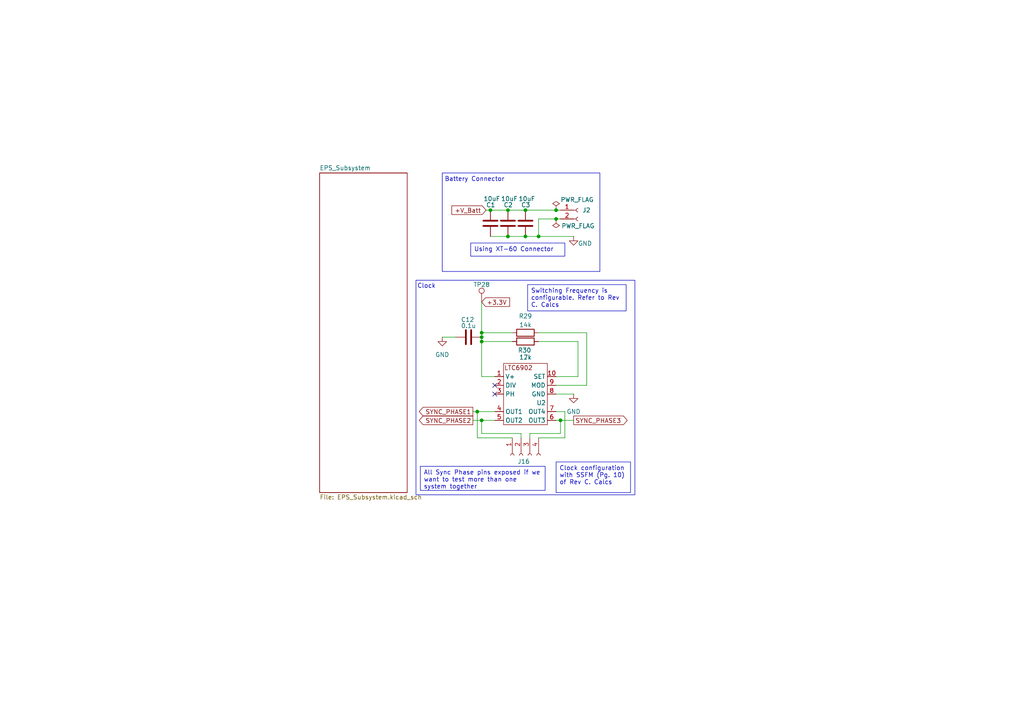
<source format=kicad_sch>
(kicad_sch (version 20250114) (generator "eeschema") (generator_version "9.0")
  (paper "A4")
  (lib_symbols
    (symbol "Connector:Conn_01x02_Socket" (pin_names (offset 1.016) (hide yes))
      (property "Reference" "J" (at 0 2.54 0))
      (property "Value" "Conn_01x02_Socket" (at 0 -5.08 0))
      (symbol "Conn_01x02_Socket_1_1"
        (polyline (pts (xy -1.27 0) (xy -0.508 0)) (stroke (width 0.1524)))
        (polyline (pts (xy -1.27 -2.54) (xy -0.508 -2.54)) (stroke (width 0.1524)))
        (arc (start 0 -0.508) (mid -0.5058 0) (end 0 0.508) (stroke (width 0.1524)))
        (arc (start 0 -3.048) (mid -0.5058 -2.54) (end 0 -2.032) (stroke (width 0.1524)))
        (pin passive line (at -5.08 0 0) (length 3.81) (name "Pin_1") (number "1"))
        (pin passive line (at -5.08 -2.54 0) (length 3.81) (name "Pin_2") (number "2"))
      )
    )
    (symbol "Connector:Conn_01x04_Socket" (pin_names (offset 1.016) (hide yes))
      (property "Reference" "J" (at 0 5.08 0))
      (property "Value" "Conn_01x04_Socket" (at 0 -7.62 0))
      (symbol "Conn_01x04_Socket_1_1"
        (polyline (pts (xy -1.27 2.54) (xy -0.508 2.54)) (stroke (width 0.1524)))
        (polyline (pts (xy -1.27 0) (xy -0.508 0)) (stroke (width 0.1524)))
        (polyline (pts (xy -1.27 -2.54) (xy -0.508 -2.54)) (stroke (width 0.1524)))
        (polyline (pts (xy -1.27 -5.08) (xy -0.508 -5.08)) (stroke (width 0.1524)))
        (arc (start 0 2.032) (mid -0.5058 2.54) (end 0 3.048) (stroke (width 0.1524)))
        (arc (start 0 -0.508) (mid -0.5058 0) (end 0 0.508) (stroke (width 0.1524)))
        (arc (start 0 -3.048) (mid -0.5058 -2.54) (end 0 -2.032) (stroke (width 0.1524)))
        (arc (start 0 -5.588) (mid -0.5058 -5.08) (end 0 -4.572) (stroke (width 0.1524)))
        (pin passive line (at -5.08 2.54 0) (length 3.81) (name "Pin_1") (number "1"))
        (pin passive line (at -5.08 0 0) (length 3.81) (name "Pin_2") (number "2"))
        (pin passive line (at -5.08 -2.54 0) (length 3.81) (name "Pin_3") (number "3"))
        (pin passive line (at -5.08 -5.08 0) (length 3.81) (name "Pin_4") (number "4"))
      )
    )
    (symbol "Connector:TestPoint" (pin_numbers (hide yes)) (pin_names (offset 0.762) (hide yes))
      (property "Reference" "TP" (at 0 6.858 0))
      (property "Value" "TestPoint" (at 0 5.08 0))
      (symbol "TestPoint_0_1"
        (circle (center 0 3.302) (radius 0.762))
      )
      (symbol "TestPoint_1_1"
        (pin passive line (at 0 0 90) (length 2.54) (name "1") (number "1"))
      )
    )
    (symbol "Device:C" (pin_numbers (hide yes)) (pin_names (offset 0.254))
      (property "Reference" "C" (at 0.635 2.54 0))
      (property "Value" "C" (at 0.635 -2.54 0))
      (symbol "C_0_1"
        (polyline (pts (xy -2.032 0.762) (xy 2.032 0.762)) (stroke (width 0.508)))
        (polyline (pts (xy -2.032 -0.762) (xy 2.032 -0.762)) (stroke (width 0.508)))
      )
      (symbol "C_1_1"
        (pin passive line (at 0 3.81 270) (length 2.794) (name "~") (number "1"))
        (pin passive line (at 0 -3.81 90) (length 2.794) (name "~") (number "2"))
      )
    )
    (symbol "Device:R" (pin_numbers (hide yes)) (pin_names (offset 0))
      (property "Reference" "R" (at 2.032 0 90))
      (property "Value" "R" (at 0 0 90))
      (symbol "R_0_1"
        (rectangle (start -1.016 -2.54) (end 1.016 2.54) (stroke (width 0.254)))
      )
      (symbol "R_1_1"
        (pin passive line (at 0 3.81 270) (length 1.27) (name "~") (number "1"))
        (pin passive line (at 0 -3.81 90) (length 1.27) (name "~") (number "2"))
      )
    )
    (symbol "LTC6902:LTC6902"
      (property "Reference" "U" (at 5.334 7.62 0))
      (symbol "LTC6902_0_1"
        (rectangle (start -6.35 8.89) (end 6.35 -8.89))
      )
      (symbol "LTC6902_1_1"
        (text "LTC6902" (at -2.032 7.62 0) (effects (font (size 1.27 1.27))))
        (pin power_in line (at -8.89 5.08 0) (length 2.54) (name "V+") (number "1"))
        (pin passive line (at -8.89 2.54 0) (length 2.54) (name "DIV") (number "2"))
        (pin passive line (at -8.89 0 0) (length 2.54) (name "PH") (number "3"))
        (pin output line (at -8.89 -5.08 0) (length 2.54) (name "OUT1") (number "4"))
        (pin output line (at -8.89 -7.62 0) (length 2.54) (name "OUT2") (number "5"))
        (pin passive line (at 8.89 5.08 180) (length 2.54) (name "SET") (number "10"))
        (pin passive line (at 8.89 2.54 180) (length 2.54) (name "MOD") (number "9"))
        (pin power_in line (at 8.89 0 180) (length 2.54) (name "GND") (number "8"))
        (pin output line (at 8.89 -5.08 180) (length 2.54) (name "OUT4") (number "7"))
        (pin output line (at 8.89 -7.62 180) (length 2.54) (name "OUT3") (number "6"))
      )
    )
    (symbol "power:GND" (power) (pin_numbers (hide yes)) (pin_names (offset 0) (hide yes))
      (property "Value" "GND" (at 0 -3.81 0))
      (symbol "GND_0_1"
        (polyline (pts (xy 0 0) (xy 0 -1.27) (xy 1.27 -1.27) (xy 0 -2.54) (xy -1.27 -1.27) (xy 0 -1.27)))
      )
      (symbol "GND_1_1"
        (pin power_in line (at 0 0 270) (length 0) (name "~") (number "1"))
      )
    )
    (symbol "power:PWR_FLAG" (power) (pin_numbers (hide yes)) (pin_names (offset 0) (hide yes))
      (property "Value" "PWR_FLAG" (at 0 3.81 0))
      (symbol "PWR_FLAG_0_0"
        (pin power_out line (at 0 0 90) (length 0) (name "~") (number "1"))
      )
      (symbol "PWR_FLAG_0_1"
        (polyline (pts (xy 0 0) (xy 0 1.27) (xy -1.016 1.905) (xy 0 2.54) (xy 1.016 1.905) (xy 0 1.27)))
      )
    )
  )
  (rectangle (start 128.27 50.165) (end 173.99 78.74))
  (rectangle (start 120.65 81.28) (end 184.15 143.51))
  (text "Clock\n" (at 123.698 83.058 0) (effects (font (size 1.27 1.27))))
  (text "Battery Connector" (at 137.668 52.07 0) (effects (font (size 1.27 1.27))))
  (text_box "Switching Frequency is configurable. Refer to Rev C. Calcs" (at 153.035 82.55 0) (size 28.575 7.62) (margins 0.9525 0.9525 0.9525 0.9525) (effects (font (size 1.27 1.27)) (justify left top)))
  (text_box "Clock configuration with SSFM (Pg. 10) of Rev C. Calcs" (at 161.29 133.985 0) (size 21.59 8.89) (margins 0.9525 0.9525 0.9525 0.9525) (effects (font (size 1.27 1.27)) (justify left top)))
  (text_box "Using XT-60 Connector" (at 136.525 70.485 0) (size 27.305 3.81) (margins 0.9525 0.9525 0.9525 0.9525) (effects (font (size 1.27 1.27)) (justify left top)))
  (text_box "All Sync Phase pins exposed if we want to test more than one system together" (at 121.92 135.255 0) (size 36.195 6.985) (margins 0.9525 0.9525 0.9525 0.9525) (effects (font (size 1.27 1.27)) (justify left top)))
  (junction (at 139.7 97.79))
  (junction (at 162.56 121.92))
  (junction (at 142.24 60.96))
  (junction (at 152.4 60.96))
  (junction (at 139.7 96.52))
  (junction (at 147.32 60.96))
  (junction (at 161.29 60.96))
  (junction (at 139.7 121.92))
  (junction (at 156.21 68.58))
  (junction (at 139.7 99.06))
  (junction (at 138.43 119.38))
  (junction (at 147.32 68.58))
  (junction (at 152.4 68.58))
  (junction (at 161.29 63.5))
  (no_connect (at 143.51 114.3))
  (no_connect (at 143.51 111.76))
  (wire (pts (xy 167.64 109.22) (xy 167.64 99.06)))
  (wire (pts (xy 166.37 114.3) (xy 161.29 114.3)))
  (wire (pts (xy 142.24 68.58) (xy 147.32 68.58)))
  (wire (pts (xy 156.21 63.5) (xy 161.29 63.5)))
  (wire (pts (xy 156.21 99.06) (xy 167.64 99.06)))
  (wire (pts (xy 151.13 125.73) (xy 151.13 127)))
  (wire (pts (xy 161.29 119.38) (xy 163.83 119.38)))
  (wire (pts (xy 153.67 125.73) (xy 153.67 127)))
  (wire (pts (xy 156.21 127) (xy 163.83 127)))
  (wire (pts (xy 162.56 121.92) (xy 166.37 121.92)))
  (wire (pts (xy 152.4 68.58) (xy 156.21 68.58)))
  (wire (pts (xy 138.43 119.38) (xy 143.51 119.38)))
  (wire (pts (xy 166.37 68.58) (xy 156.21 68.58)))
  (wire (pts (xy 139.7 99.06) (xy 139.7 109.22)))
  (wire (pts (xy 139.7 96.52) (xy 148.59 96.52)))
  (wire (pts (xy 137.16 121.92) (xy 139.7 121.92)))
  (wire (pts (xy 161.29 109.22) (xy 167.64 109.22)))
  (wire (pts (xy 156.21 96.52) (xy 170.18 96.52)))
  (wire (pts (xy 139.7 121.92) (xy 139.7 125.73)))
  (wire (pts (xy 147.32 68.58) (xy 152.4 68.58)))
  (wire (pts (xy 138.43 119.38) (xy 138.43 127)))
  (wire (pts (xy 142.24 60.96) (xy 147.32 60.96)))
  (wire (pts (xy 139.7 109.22) (xy 143.51 109.22)))
  (wire (pts (xy 161.29 60.96) (xy 162.56 60.96)))
  (wire (pts (xy 161.29 63.5) (xy 162.56 63.5)))
  (wire (pts (xy 163.83 119.38) (xy 163.83 127)))
  (wire (pts (xy 137.16 119.38) (xy 138.43 119.38)))
  (wire (pts (xy 161.29 121.92) (xy 162.56 121.92)))
  (wire (pts (xy 156.21 63.5) (xy 156.21 68.58)))
  (wire (pts (xy 162.56 125.73) (xy 153.67 125.73)))
  (wire (pts (xy 139.7 97.79) (xy 139.7 96.52)))
  (wire (pts (xy 170.18 111.76) (xy 170.18 96.52)))
  (wire (pts (xy 138.43 127) (xy 148.59 127)))
  (wire (pts (xy 152.4 60.96) (xy 161.29 60.96)))
  (wire (pts (xy 140.97 60.96) (xy 142.24 60.96)))
  (wire (pts (xy 147.32 60.96) (xy 152.4 60.96)))
  (wire (pts (xy 139.7 121.92) (xy 143.51 121.92)))
  (wire (pts (xy 139.7 99.06) (xy 148.59 99.06)))
  (wire (pts (xy 139.7 87.63) (xy 139.7 96.52)))
  (wire (pts (xy 139.7 125.73) (xy 151.13 125.73)))
  (wire (pts (xy 132.08 97.79) (xy 128.27 97.79)))
  (wire (pts (xy 162.56 121.92) (xy 162.56 125.73)))
  (wire (pts (xy 139.7 99.06) (xy 139.7 97.79)))
  (wire (pts (xy 161.29 111.76) (xy 170.18 111.76)))
  (global_label "SYNC_PHASE2" (shape output) (at 137.16 121.92 180) (property "Intersheetrefs" "${INTERSHEET_REFS}" (effects (hide yes))))
  (global_label "SYNC_PHASE3" (shape output) (at 166.37 121.92 0) (property "Intersheetrefs" "${INTERSHEET_REFS}" (effects (hide yes))))
  (global_label "+3.3V" (shape input) (at 139.7 87.63 0) (property "Intersheetrefs" "${INTERSHEET_REFS}" (effects (hide yes))))
  (global_label "SYNC_PHASE1" (shape output) (at 137.16 119.38 180) (property "Intersheetrefs" "${INTERSHEET_REFS}" (effects (hide yes))))
  (global_label "+V_Batt" (shape input) (at 140.97 60.96 180) (property "Intersheetrefs" "${INTERSHEET_REFS}" (effects (hide yes))))
  (symbol (lib_id "Device:R") (at 152.4 96.52 90) (unit 1)
    (property "Reference" "R29" (at 152.4 91.694 90))
    (property "Value" "14k" (at 152.4 94.234 90))
    (property "Description" "Resistor" (effects (hide yes)))
  )
  (symbol (lib_id "Device:C") (at 135.89 97.79 90) (unit 1)
    (property "Reference" "C12" (at 135.636 92.71 90))
    (property "Value" "0.1u" (at 135.89 94.488 90))
    (property "Footprint" "Capacitor_SMD:C_1210_3225Metric" (effects (hide yes)))
    (property "Description" "Unpolarized capacitor" (effects (hide yes)))
  )
  (symbol (lib_id "Connector:Conn_01x04_Socket") (at 151.13 132.08 90) (mirror x) (unit 1)
    (property "Reference" "J16" (at 151.892 133.858 90))
    (property "Value" "Conn_01x04_Socket" (effects (hide yes)))
    (property "Footprint" "Connector_PinSocket_2.54mm:PinSocket_1x04_P2.54mm_Vertical" (effects (hide yes)))
    (property "Description" "Generic connector, single row, 01x04, script generated" (effects (hide yes)))
  )
  (symbol (lib_id "LTC6902:LTC6902") (at 152.4 114.3 0) (unit 1)
    (property "Reference" "U2" (at 156.972 116.84 0))
    (property "Value" "~" (at 152.4 104.14 0))
    (property "Footprint" "REVC:LTC6902" (effects (hide yes)))
    (property "Datasheet" "https://www.analog.com/media/en/technical-documentation/data-sheets/6902f.pdf" (effects (hide yes)))
    (property "Description" "Multiphase Oscillator with Spread Spectrum Frequency Modulation" (effects (hide yes)))
  )
  (symbol (lib_id "power:GND") (at 128.27 97.79 0) (unit 1)
    (property "Reference" "#PWR016" (effects (hide yes)))
    (property "Value" "GND" (at 128.27 102.87 0))
    (property "Description" "Power symbol creates a global label with name \"GND\" , ground" (effects (hide yes)))
  )
  (symbol (lib_id "Connector:Conn_01x02_Socket") (at 167.64 60.96 0) (unit 1)
    (property "Reference" "J2" (at 168.91 60.9599 0) (effects (justify left)))
    (property "Value" "Input Power" (effects (hide yes)))
    (property "Footprint" "Connector_AMASS:AMASS_XT60PW-F_1x02_P7.20mm_Horizontal" (effects (hide yes)))
    (property "Description" "Generic connector, single row, 01x02, script generated" (effects (hide yes)))
  )
  (symbol (lib_id "power:GND") (at 166.37 114.3 0) (unit 1)
    (property "Reference" "#PWR017" (effects (hide yes)))
    (property "Value" "GND" (at 166.37 119.38 0))
    (property "Description" "Power symbol creates a global label with name \"GND\" , ground" (effects (hide yes)))
  )
  (symbol (lib_id "power:PWR_FLAG") (at 161.29 63.5 180) (unit 1)
    (property "Reference" "#FLG02" (effects (hide yes)))
    (property "Value" "PWR_FLAG" (at 167.64 65.532 0))
    (property "Description" "Special symbol for telling ERC where power comes from" (effects (hide yes)))
  )
  (symbol (lib_id "Device:C") (at 142.24 64.77 0) (unit 1)
    (property "Reference" "C1" (at 140.97 59.436 0) (effects (justify left)))
    (property "Value" "10uF" (at 140.208 57.658 0) (effects (justify left)))
    (property "Footprint" "Capacitor_SMD:C_1210_3225Metric" (effects (hide yes)))
    (property "Datasheet" "https://product.tdk.com/system/files/dam/doc/product/capacitor/ceramic/mlcc/catalog/mlcc_automotive_general_en.pdf" (effects (hide yes)))
    (property "Description" "Unpolarized capacitor" (effects (hide yes)))
  )
  (symbol (lib_id "power:GND") (at 166.37 68.58 0) (unit 1)
    (property "Reference" "#PWR01" (effects (hide yes)))
    (property "Value" "GND" (at 169.672 70.612 0))
    (property "Description" "Power symbol creates a global label with name \"GND\" , ground" (effects (hide yes)))
  )
  (symbol (lib_id "Device:C") (at 152.4 64.77 0) (unit 1)
    (property "Reference" "C3" (at 151.13 59.436 0) (effects (justify left)))
    (property "Value" "10uF" (at 150.368 57.658 0) (effects (justify left)))
    (property "Footprint" "Capacitor_SMD:C_1210_3225Metric" (effects (hide yes)))
    (property "Datasheet" "https://product.tdk.com/system/files/dam/doc/product/capacitor/ceramic/mlcc/catalog/mlcc_automotive_general_en.pdf" (effects (hide yes)))
    (property "Description" "Unpolarized capacitor" (effects (hide yes)))
  )
  (symbol (lib_id "power:PWR_FLAG") (at 161.29 60.96 0) (unit 1)
    (property "Reference" "#FLG01" (effects (hide yes)))
    (property "Value" "PWR_FLAG" (at 167.386 57.912 0))
    (property "Description" "Special symbol for telling ERC where power comes from" (effects (hide yes)))
  )
  (symbol (lib_id "Device:R") (at 152.4 99.06 90) (unit 1)
    (property "Reference" "R30" (at 152.146 101.6 90))
    (property "Value" "17k" (at 152.4 103.632 90))
    (property "Description" "Resistor" (effects (hide yes)))
  )
  (symbol (lib_id "Device:C") (at 147.32 64.77 0) (unit 1)
    (property "Reference" "C2" (at 146.05 59.436 0) (effects (justify left)))
    (property "Value" "10uF" (at 145.288 57.658 0) (effects (justify left)))
    (property "Footprint" "Capacitor_SMD:C_1210_3225Metric" (effects (hide yes)))
    (property "Datasheet" "https://product.tdk.com/system/files/dam/doc/product/capacitor/ceramic/mlcc/catalog/mlcc_automotive_general_en.pdf" (effects (hide yes)))
    (property "Description" "Unpolarized capacitor" (effects (hide yes)))
  )
  (symbol (lib_id "Connector:TestPoint") (at 139.7 87.63 0) (unit 1)
    (property "Reference" "TP28" (at 139.7 82.55 0))
    (property "Value" "TestPoint" (effects (hide yes)))
    (property "Footprint" "TestPoint:TestPoint_Pad_1.0x1.0mm" (effects (hide yes)))
    (property "Description" "test point" (effects (hide yes)))
  )
  (sheet (at 92.71 50.165) (size 25.4 92.71) (stroke (width 0.1524))
    (property "Sheetname" "EPS_Subsystem" (at 92.71 49.4534 0) (effects (justify left bottom)))
    (property "Sheetfile" "EPS_Subsystem.kicad_sch" (at 92.71 143.4596 0) (effects (justify left top)))
  )
)
</source>
